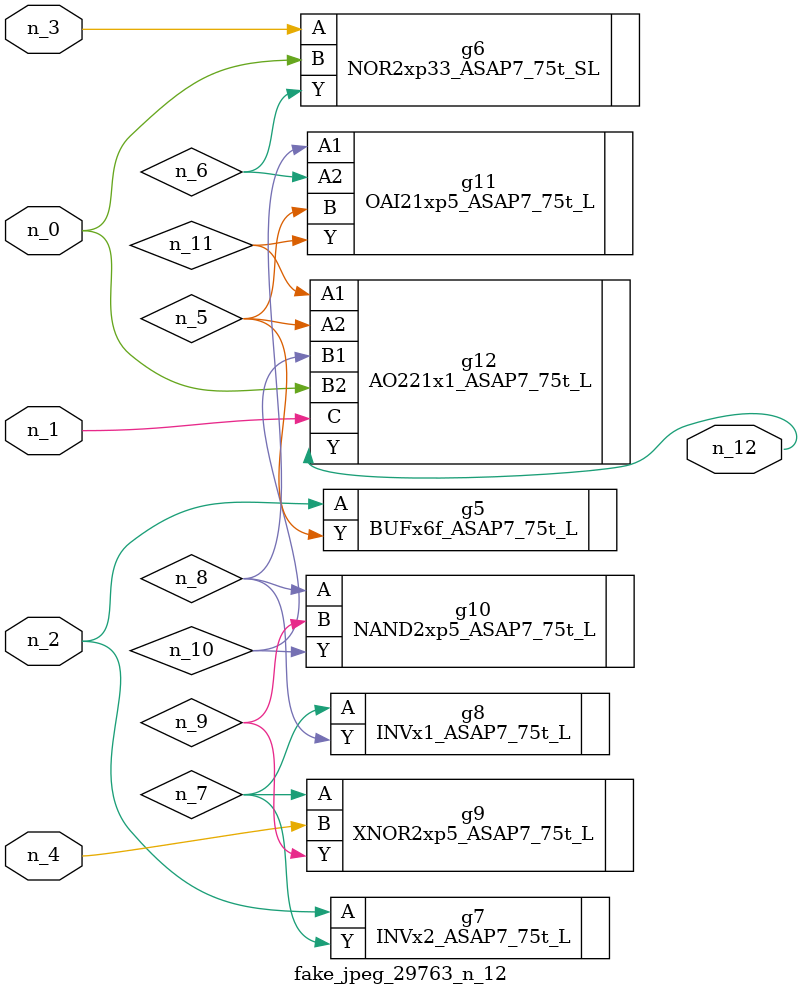
<source format=v>
module fake_jpeg_29763_n_12 (n_3, n_2, n_1, n_0, n_4, n_12);

input n_3;
input n_2;
input n_1;
input n_0;
input n_4;

output n_12;

wire n_11;
wire n_10;
wire n_8;
wire n_9;
wire n_6;
wire n_5;
wire n_7;

BUFx6f_ASAP7_75t_L g5 ( 
.A(n_2),
.Y(n_5)
);

NOR2xp33_ASAP7_75t_SL g6 ( 
.A(n_3),
.B(n_0),
.Y(n_6)
);

INVx2_ASAP7_75t_L g7 ( 
.A(n_2),
.Y(n_7)
);

INVx1_ASAP7_75t_L g8 ( 
.A(n_7),
.Y(n_8)
);

NAND2xp5_ASAP7_75t_L g10 ( 
.A(n_8),
.B(n_9),
.Y(n_10)
);

XNOR2xp5_ASAP7_75t_L g9 ( 
.A(n_7),
.B(n_4),
.Y(n_9)
);

OAI21xp5_ASAP7_75t_L g11 ( 
.A1(n_8),
.A2(n_6),
.B(n_5),
.Y(n_11)
);

AO221x1_ASAP7_75t_L g12 ( 
.A1(n_11),
.A2(n_5),
.B1(n_10),
.B2(n_0),
.C(n_1),
.Y(n_12)
);


endmodule
</source>
